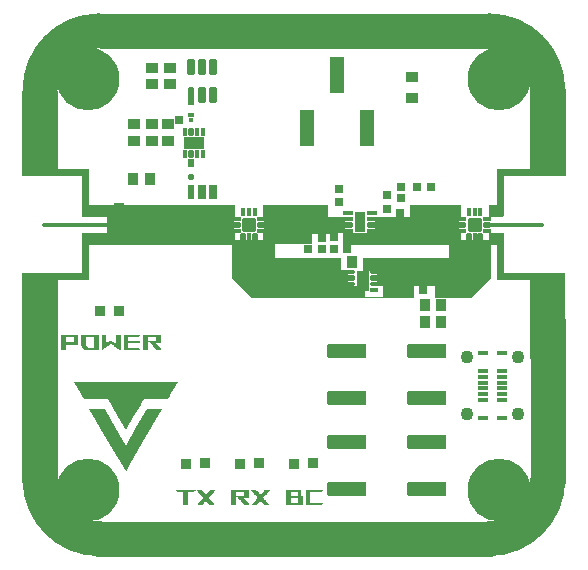
<source format=gts>
G04 Layer: TopSolderMaskLayer*
G04 EasyEDA Pro v2.2.27.1, 2024-09-01 09:43:49*
G04 Gerber Generator version 0.3*
G04 Scale: 100 percent, Rotated: No, Reflected: No*
G04 Dimensions in millimeters*
G04 Leading zeros omitted, absolute positions, 3 integers and 5 decimals*
%FSLAX35Y35*%
%MOMM*%
%AMRoundRect*1,1,$1,$2,$3*1,1,$1,$4,$5*1,1,$1,0-$2,0-$3*1,1,$1,0-$4,0-$5*20,1,$1,$2,$3,$4,$5,0*20,1,$1,$4,$5,0-$2,0-$3,0*20,1,$1,0-$2,0-$3,0-$4,0-$5,0*20,1,$1,0-$4,0-$5,$2,$3,0*4,1,4,$2,$3,$4,$5,0-$2,0-$3,0-$4,0-$5,$2,$3,0*%
%ADD10C,0.3*%
%ADD11C,3.0*%
%ADD12C,0.3424*%
%ADD13C,1.4*%
%ADD14RoundRect,0.09336X0.50432X1.50432X0.50432X-1.50432*%
%ADD15C,5.302*%
%ADD16RoundRect,0.09302X-1.60429X0.50429X1.60429X0.50429*%
%ADD17RoundRect,0.09131X-0.40514X0.45514X0.40514X0.45514*%
%ADD18RoundRect,0.0909X-0.45514X-0.40514X-0.45514X0.40514*%
%ADD19RoundRect,0.09131X-0.45514X-0.40514X-0.45514X0.40514*%
%ADD20RoundRect,0.09138X0.43712X0.40835X0.43712X-0.40835*%
%ADD21RoundRect,0.09137X0.43712X0.40811X0.43712X-0.40811*%
%ADD22RoundRect,0.09164X-0.40518X-0.40518X-0.40518X0.40518*%
%ADD23RoundRect,0.0882X-0.28191X0.6069X0.28191X0.6069*%
%ADD24RoundRect,0.08295X-0.18053X0.60953X0.18053X0.60953*%
%ADD25RoundRect,0.08906X0.30647X-0.55647X-0.30647X-0.55647*%
%ADD26RoundRect,0.08295X0.18053X-0.55953X-0.18053X-0.55953*%
%ADD27RoundRect,0.08906X0.30647X-0.35647X-0.30647X-0.35647*%
%ADD28RoundRect,0.09302X0.50429X-0.50429X-0.50429X-0.50429*%
%ADD29RoundRect,0.08109X0.26426X-0.16026X-0.26426X-0.16026*%
%ADD30RoundRect,0.08267X0.26347X-0.18047X-0.26347X-0.18047*%
%ADD31RoundRect,0.08267X0.18047X-0.26347X-0.18047X-0.26347*%
%ADD32RoundRect,0.08109X0.16026X-0.26426X-0.16026X-0.26426*%
%ADD33RoundRect,0.08109X0.34526X-0.16026X-0.34526X-0.16026*%
%ADD34RoundRect,0.08267X0.34447X-0.18047X-0.34447X-0.18047*%
%ADD35RoundRect,0.09131X-0.40514X0.80514X0.40514X0.80514*%
%ADD36R,0.85X0.3*%
%ADD37C,1.1*%
%ADD38RoundRect,0.08267X0.18047X0.4127X0.18047X-0.4127*%
%ADD39RoundRect,0.08267X0.18047X0.41247X0.18047X-0.41247*%
%ADD40RoundRect,0.08109X-0.16026X0.18126X0.16026X0.18126*%
%ADD41RoundRect,0.08267X-0.30947X0.18047X0.30947X0.18047*%
%ADD42RoundRect,0.08875X0.30643X0.30643X0.30643X-0.30643*%
%ADD43RoundRect,0.08109X0.16026X0.16026X0.16026X-0.16026*%
%ADD44RoundRect,0.08875X-0.30643X-0.30643X-0.30643X0.30643*%
%ADD45RoundRect,0.08875X0.30643X-0.30643X-0.30643X-0.30643*%
%ADD46RoundRect,0.08109X-0.18126X-0.16026X-0.18126X0.16026*%
%ADD47RoundRect,0.08692X-0.25734X-0.25734X-0.25734X0.25734*%
%ADD48RoundRect,0.09131X0.40515X0.40514X0.40515X-0.40514*%
%ADD49RoundRect,0.08267X0.20947X0.18047X0.20947X-0.18047*%
%ADD50RoundRect,0.08267X-0.18047X-0.18047X-0.18047X0.18047*%
%ADD51RoundRect,0.08267X-0.18047X-0.30947X-0.18047X0.30947*%
%ADD52RoundRect,0.08875X-0.30643X0.30643X0.30643X0.30643*%
%ADD53RoundRect,0.08109X-0.16026X0.16026X0.16026X0.16026*%
%ADD54RoundRect,0.076X-0.1628X-0.1128X-0.1628X0.1128*%
%ADD55RoundRect,0.07778X-0.13612X-0.27161X-0.13612X0.27161*%
%ADD56RoundRect,0.08155X-0.18023X-0.26973X-0.18023X0.26973*%
%ADD57RoundRect,0.09091X-0.80454X-0.45454X-0.80454X0.45454*%
%ADD58RoundRect,0.08109X-0.16026X-0.16026X-0.16026X0.16026*%
%ADD59RoundRect,0.09131X0.40514X-0.45514X-0.40514X-0.45514*%
%ADD60RoundRect,0.08449X0.40856X-0.20856X-0.40856X-0.20856*%
%ADD61RoundRect,0.07143X-0.27479X0.08929X0.27479X0.08929*%
%ADD62RoundRect,0.08155X-0.26973X0.18023X0.26973X0.18023*%
%ADD63RoundRect,0.07778X-0.27161X0.13612X0.27161X0.13612*%
%ADD64RoundRect,0.09091X-0.45454X0.80454X0.45454X0.80454*%
G75*


G04 Image Start*
G36*
G01X-3835053Y-1330412D02*
G01X-3835053Y-1330824D01*
G01X-3809340Y-1375281D01*
G01X-3783626Y-1419739D01*
G01X-3767494Y-1447711D01*
G01X-3751362Y-1475683D01*
G01X-3650089Y-1475683D01*
G01X-3548816Y-1475683D01*
G01X-3472221Y-1608350D01*
G01X-3395626Y-1741017D01*
G01X-3395339Y-1741007D01*
G01X-3395053Y-1740997D01*
G01X-3332273Y-1632202D01*
G01X-3269492Y-1523407D01*
G01X-3255781Y-1499567D01*
G01X-3242069Y-1475727D01*
G01X-3140274Y-1475591D01*
G01X-3038480Y-1475455D01*
G01X-3023198Y-1448967D01*
G01X-3007916Y-1422479D01*
G01X-2981484Y-1376714D01*
G01X-2955053Y-1330948D01*
G01X-2955053Y-1330474D01*
G01X-2955053Y-1330001D01*
G01X-3395053Y-1330001D01*
G01X-3835053Y-1330001D01*
G01X-3835053Y-1330412D01*
G37*
G36*
G01X-3702162Y-1560397D02*
G01X-3702162Y-1560627D01*
G01X-3549366Y-1825389D01*
G01X-3396569Y-2090152D01*
G01X-3395796Y-2091395D01*
G01X-3395023Y-2092637D01*
G01X-3358530Y-2029514D01*
G01X-3322036Y-1966391D01*
G01X-3288270Y-1907935D01*
G01X-3254503Y-1849480D01*
G01X-3171633Y-1705852D01*
G01X-3088764Y-1562225D01*
G01X-3088115Y-1561197D01*
G01X-3087465Y-1560170D01*
G01X-3151794Y-1560170D01*
G01X-3216122Y-1560170D01*
G01X-3305290Y-1715785D01*
G01X-3394458Y-1871400D01*
G01X-3394797Y-1871762D01*
G01X-3395136Y-1872123D01*
G01X-3484424Y-1716260D01*
G01X-3573712Y-1560398D01*
G01X-3637937Y-1560282D01*
G01X-3702162Y-1560167D01*
G01X-3702162Y-1560397D01*
G37*
G04 Image End*

G04 Text Start*
G36*
G01X-3092860Y-1060790D02*
G01X-3108996Y-1061131D01*
G01X-3132178Y-1060677D01*
G01X-3134905Y-1059313D01*
G01X-3138087Y-1056131D01*
G01X-3140814Y-1052495D01*
G01X-3143087Y-1050222D01*
G01X-3147633Y-1044768D01*
G01X-3150814Y-1041586D01*
G01X-3153542Y-1037949D01*
G01X-3155814Y-1035677D01*
G01X-3160360Y-1030222D01*
G01X-3163542Y-1027040D01*
G01X-3166269Y-1023404D01*
G01X-3168542Y-1021131D01*
G01X-3173996Y-1014767D01*
G01X-3177178Y-1011585D01*
G01X-3179905Y-1007949D01*
G01X-3182178Y-1005676D01*
G01X-3186724Y-1000222D01*
G01X-3189905Y-997040D01*
G01X-3192633Y-993404D01*
G01X-3194905Y-991131D01*
G01X-3200360Y-984767D01*
G01X-3202633Y-982495D01*
G01X-3195019Y-981472D01*
G01X-3170360Y-981131D01*
G01X-3137178Y-981131D01*
G01X-3137178Y-950222D01*
G01X-3208996Y-950222D01*
G01X-3208996Y-1061131D01*
G01X-3248996Y-1061131D01*
G01X-3248996Y-931131D01*
G01X-3098087Y-931131D01*
G01X-3098087Y-1000222D01*
G01X-3117178Y-1000222D01*
G01X-3137633Y-1000676D01*
G01X-3138315Y-1001472D01*
G01X-3137633Y-1002949D01*
G01X-3135360Y-1006131D01*
G01X-3133087Y-1008404D01*
G01X-3127633Y-1014767D01*
G01X-3124451Y-1017949D01*
G01X-3121723Y-1021586D01*
G01X-3119451Y-1023858D01*
G01X-3114905Y-1029313D01*
G01X-3111724Y-1032495D01*
G01X-3108996Y-1036131D01*
G01X-3106724Y-1038404D01*
G01X-3102178Y-1043858D01*
G01X-3098996Y-1047040D01*
G01X-3096269Y-1050677D01*
G01X-3093996Y-1052949D01*
G01X-3090360Y-1057495D01*
G01X-3088087Y-1059768D01*
G01X-3092860Y-1060790D01*
G37*
G36*
G01X-3902633Y-1061131D02*
G01X-3941723Y-1061131D01*
G01X-3941723Y-972949D01*
G01X-3902633Y-972949D01*
G01X-3902178Y-996131D01*
G01X-3868996Y-996586D01*
G01X-3836269Y-996586D01*
G01X-3836269Y-950222D01*
G01X-3902633Y-950222D01*
G01X-3902633Y-972949D01*
G01X-3902633Y-972949D01*
G01X-3941723Y-972949D01*
G01X-3941723Y-931131D01*
G01X-3797178Y-931131D01*
G01X-3797178Y-1015676D01*
G01X-3902633Y-1015676D01*
G01X-3902633Y-1061131D01*
G37*
G36*
G01X-3271269Y-1056586D02*
G01X-3268996Y-1059313D01*
G01X-3268087Y-1061131D01*
G01X-3413542Y-1061131D01*
G01X-3413542Y-931131D01*
G01X-3266269Y-931131D01*
G01X-3268087Y-932949D01*
G01X-3270814Y-936131D01*
G01X-3273087Y-938404D01*
G01X-3281269Y-947949D01*
G01X-3282632Y-950222D01*
G01X-3373542Y-950222D01*
G01X-3373542Y-986586D01*
G01X-3275360Y-986586D01*
G01X-3275360Y-1005676D01*
G01X-3373542Y-1005676D01*
G01X-3373542Y-1042040D01*
G01X-3330360Y-1042040D01*
G01X-3284905Y-1042495D01*
G01X-3282974Y-1043290D01*
G01X-3279451Y-1047495D01*
G01X-3276269Y-1050677D01*
G01X-3273542Y-1054313D01*
G01X-3271269Y-1056586D01*
G37*
G36*
G01X-3624451Y-1061131D02*
G01X-3683087Y-1061131D01*
G01X-3742633Y-1060222D01*
G01X-3745360Y-1057040D01*
G01X-3748087Y-1053404D01*
G01X-3752633Y-1048858D01*
G01X-3756269Y-1044313D01*
G01X-3758542Y-1042040D01*
G01X-3763087Y-1036586D01*
G01X-3766269Y-1033404D01*
G01X-3768996Y-1029767D01*
G01X-3771269Y-1027495D01*
G01X-3772292Y-1014881D01*
G01X-3772633Y-978858D01*
G01X-3772633Y-950222D01*
G01X-3733542Y-950222D01*
G01X-3733542Y-982495D01*
G01X-3733087Y-1016131D01*
G01X-3731723Y-1019313D01*
G01X-3729451Y-1022040D01*
G01X-3726269Y-1025222D01*
G01X-3723541Y-1028858D01*
G01X-3718996Y-1033404D01*
G01X-3715360Y-1037949D01*
G01X-3713087Y-1040222D01*
G01X-3713087Y-1040222D01*
G01X-3711269Y-1041586D01*
G01X-3687178Y-1042040D01*
G01X-3663542Y-1042040D01*
G01X-3663542Y-950222D01*
G01X-3733542Y-950222D01*
G01X-3772633Y-950222D01*
G01X-3772633Y-931131D01*
G01X-3624451Y-931131D01*
G01X-3624451Y-1061131D01*
G37*
G36*
G01X-3438087Y-996131D02*
G01X-3438314Y-1044768D01*
G01X-3438996Y-1060677D01*
G01X-3442178Y-1058858D01*
G01X-3450360Y-1053404D01*
G01X-3457633Y-1048858D01*
G01X-3465814Y-1043404D01*
G01X-3470360Y-1040677D01*
G01X-3482633Y-1032495D01*
G01X-3489905Y-1027949D01*
G01X-3498087Y-1022495D01*
G01X-3505360Y-1017949D01*
G01X-3513542Y-1012495D01*
G01X-3517178Y-1010222D01*
G01X-3520360Y-1010222D01*
G01X-3523996Y-1012495D01*
G01X-3528087Y-1015222D01*
G01X-3535360Y-1019767D01*
G01X-3543542Y-1025222D01*
G01X-3550814Y-1029767D01*
G01X-3563087Y-1037949D01*
G01X-3570360Y-1042495D01*
G01X-3578541Y-1047949D01*
G01X-3583087Y-1050677D01*
G01X-3595360Y-1058858D01*
G01X-3598542Y-1060677D01*
G01X-3599564Y-1044768D01*
G01X-3599905Y-996131D01*
G01X-3599905Y-931131D01*
G01X-3560814Y-931131D01*
G01X-3560814Y-966586D01*
G01X-3560360Y-1003404D01*
G01X-3559564Y-1004086D01*
G01X-3558087Y-1003404D01*
G01X-3553996Y-1000676D01*
G01X-3549451Y-997949D01*
G01X-3545360Y-995222D01*
G01X-3530814Y-986131D01*
G01X-3526723Y-983404D01*
G01X-3523087Y-981131D01*
G01X-3518087Y-981131D01*
G01X-3512633Y-982949D01*
G01X-3501724Y-989767D01*
G01X-3497633Y-992495D01*
G01X-3490360Y-997040D01*
G01X-3485814Y-999767D01*
G01X-3481724Y-1002495D01*
G01X-3478542Y-1004313D01*
G01X-3477519Y-995449D01*
G01X-3477178Y-967949D01*
G01X-3477178Y-931131D01*
G01X-3438087Y-931131D01*
G01X-3438087Y-996131D01*
G37*
G36*
G01X-2906003Y-2320681D02*
G01X-2906003Y-2376135D01*
G01X-2866003Y-2376135D01*
G01X-2866003Y-2265226D01*
G01X-2841912Y-2265226D01*
G01X-2823617Y-2264885D01*
G01X-2816912Y-2263863D01*
G01X-2813276Y-2259317D01*
G01X-2811003Y-2257045D01*
G01X-2806458Y-2251590D01*
G01X-2803730Y-2248408D01*
G01X-2802367Y-2246135D01*
G01X-2969639Y-2246135D01*
G01X-2969185Y-2247954D01*
G01X-2967367Y-2250681D01*
G01X-2965094Y-2252954D01*
G01X-2962367Y-2256590D01*
G01X-2959185Y-2259772D01*
G01X-2957367Y-2262044D01*
G01X-2955094Y-2264317D01*
G01X-2929640Y-2265226D01*
G01X-2906003Y-2265226D01*
G01X-2906003Y-2320681D01*
G37*
G36*
G01X-2794640Y-2375681D02*
G01X-2789980Y-2376703D01*
G01X-2773276Y-2377044D01*
G01X-2756003Y-2376703D01*
G01X-2749639Y-2375681D01*
G01X-2747367Y-2373408D01*
G01X-2741912Y-2367044D01*
G01X-2739639Y-2364772D01*
G01X-2736003Y-2360226D01*
G01X-2731458Y-2355681D01*
G01X-2728730Y-2352044D01*
G01X-2725549Y-2348862D01*
G01X-2721003Y-2343408D01*
G01X-2718730Y-2341135D01*
G01X-2716003Y-2339317D01*
G01X-2714299Y-2339544D01*
G01X-2712821Y-2341135D01*
G01X-2710094Y-2344317D01*
G01X-2707821Y-2346590D01*
G01X-2705094Y-2350226D01*
G01X-2701912Y-2353408D01*
G01X-2696458Y-2359772D01*
G01X-2694185Y-2362044D01*
G01X-2690549Y-2366590D01*
G01X-2688276Y-2368862D01*
G01X-2682821Y-2375226D01*
G01X-2680094Y-2376590D01*
G01X-2657367Y-2377044D01*
G01X-2636003Y-2377044D01*
G01X-2637367Y-2374772D01*
G01X-2640094Y-2371590D01*
G01X-2644640Y-2367044D01*
G01X-2648276Y-2362499D01*
G01X-2650549Y-2360226D01*
G01X-2654185Y-2355681D01*
G01X-2658731Y-2351135D01*
G01X-2662367Y-2346590D01*
G01X-2666912Y-2342044D01*
G01X-2669640Y-2338408D01*
G01X-2672821Y-2335226D01*
G01X-2678276Y-2328862D01*
G01X-2682821Y-2324317D01*
G01X-2686458Y-2319772D01*
G01X-2688730Y-2317499D01*
G01X-2690549Y-2315226D01*
G01X-2691912Y-2312499D01*
G01X-2691912Y-2310908D01*
G01X-2691003Y-2309772D01*
G01X-2688730Y-2307499D01*
G01X-2685094Y-2302953D01*
G01X-2682821Y-2300681D01*
G01X-2677367Y-2294317D01*
G01X-2675094Y-2292044D01*
G01X-2672367Y-2288408D01*
G01X-2669185Y-2285226D01*
G01X-2663731Y-2278863D01*
G01X-2661458Y-2276590D01*
G01X-2658731Y-2272954D01*
G01X-2655549Y-2269772D01*
G01X-2650094Y-2263408D01*
G01X-2647821Y-2261135D01*
G01X-2645094Y-2257499D01*
G01X-2641912Y-2254317D01*
G01X-2635776Y-2247158D01*
G01X-2636458Y-2246590D01*
G01X-2659185Y-2246135D01*
G01X-2675435Y-2246476D01*
G01X-2681458Y-2247499D01*
G01X-2683730Y-2249772D01*
G01X-2687367Y-2254317D01*
G01X-2689640Y-2256590D01*
G01X-2693276Y-2261135D01*
G01X-2695549Y-2263408D01*
G01X-2701003Y-2269772D01*
G01X-2703276Y-2272044D01*
G01X-2706912Y-2276590D01*
G01X-2709185Y-2278863D01*
G01X-2711912Y-2282044D01*
G01X-2715094Y-2285226D01*
G01X-2716571Y-2285567D01*
G01X-2717367Y-2284772D01*
G01X-2719185Y-2282499D01*
G01X-2721458Y-2280226D01*
G01X-2725094Y-2275681D01*
G01X-2729639Y-2271135D01*
G01X-2732367Y-2267499D01*
G01X-2735549Y-2264317D01*
G01X-2740094Y-2258863D01*
G01X-2742367Y-2256590D01*
G01X-2746003Y-2252045D01*
G01X-2750549Y-2247499D01*
G01X-2756912Y-2246476D01*
G01X-2774185Y-2246135D01*
G01X-2791003Y-2246476D01*
G01X-2796003Y-2247499D01*
G01X-2793731Y-2249772D01*
G01X-2788276Y-2256135D01*
G01X-2786003Y-2258408D01*
G01X-2782367Y-2262954D01*
G01X-2780094Y-2265226D01*
G01X-2774640Y-2271590D01*
G01X-2772367Y-2273863D01*
G01X-2769640Y-2277499D01*
G01X-2766458Y-2280681D01*
G01X-2761912Y-2286135D01*
G01X-2759640Y-2288408D01*
G01X-2756912Y-2292044D01*
G01X-2753730Y-2295226D01*
G01X-2749185Y-2300681D01*
G01X-2746912Y-2302953D01*
G01X-2744185Y-2306590D01*
G01X-2741003Y-2309772D01*
G01X-2739639Y-2312499D01*
G01X-2741003Y-2315226D01*
G01X-2745548Y-2319772D01*
G01X-2749185Y-2324317D01*
G01X-2751458Y-2326590D01*
G01X-2754185Y-2330226D01*
G01X-2757367Y-2333408D01*
G01X-2762821Y-2339772D01*
G01X-2765094Y-2342044D01*
G01X-2768730Y-2346590D01*
G01X-2771003Y-2348862D01*
G01X-2776458Y-2355226D01*
G01X-2778731Y-2357499D01*
G01X-2782367Y-2362044D01*
G01X-2784640Y-2364317D01*
G01X-2790094Y-2370681D01*
G01X-2792367Y-2372953D01*
G01X-2794640Y-2375681D01*
G37*
G36*
G01X-2332794Y-2375681D02*
G01X-2328135Y-2376703D01*
G01X-2311431Y-2377044D01*
G01X-2294158Y-2376703D01*
G01X-2287795Y-2375681D01*
G01X-2285522Y-2373408D01*
G01X-2280067Y-2367044D01*
G01X-2277795Y-2364772D01*
G01X-2274158Y-2360226D01*
G01X-2269613Y-2355681D01*
G01X-2266885Y-2352044D01*
G01X-2263704Y-2348862D01*
G01X-2259158Y-2343408D01*
G01X-2256886Y-2341135D01*
G01X-2254158Y-2339317D01*
G01X-2252453Y-2339544D01*
G01X-2250976Y-2341135D01*
G01X-2248249Y-2344317D01*
G01X-2245976Y-2346590D01*
G01X-2243249Y-2350226D01*
G01X-2240067Y-2353408D01*
G01X-2234613Y-2359772D01*
G01X-2232340Y-2362044D01*
G01X-2228704Y-2366590D01*
G01X-2226431Y-2368862D01*
G01X-2220976Y-2375226D01*
G01X-2218249Y-2376590D01*
G01X-2195522Y-2377044D01*
G01X-2174158Y-2377044D01*
G01X-2175522Y-2374772D01*
G01X-2178249Y-2371590D01*
G01X-2182794Y-2367044D01*
G01X-2186431Y-2362499D01*
G01X-2188704Y-2360226D01*
G01X-2192340Y-2355681D01*
G01X-2196885Y-2351135D01*
G01X-2200522Y-2346590D01*
G01X-2205067Y-2342044D01*
G01X-2207794Y-2338408D01*
G01X-2210976Y-2335226D01*
G01X-2216431Y-2328862D01*
G01X-2220976Y-2324317D01*
G01X-2224613Y-2319772D01*
G01X-2226885Y-2317499D01*
G01X-2228704Y-2315226D01*
G01X-2230067Y-2312499D01*
G01X-2230067Y-2310908D01*
G01X-2229158Y-2309772D01*
G01X-2226885Y-2307499D01*
G01X-2223249Y-2302953D01*
G01X-2220976Y-2300681D01*
G01X-2215522Y-2294317D01*
G01X-2213249Y-2292044D01*
G01X-2210522Y-2288408D01*
G01X-2207340Y-2285226D01*
G01X-2201885Y-2278863D01*
G01X-2199613Y-2276590D01*
G01X-2196885Y-2272954D01*
G01X-2193704Y-2269772D01*
G01X-2188249Y-2263408D01*
G01X-2185976Y-2261135D01*
G01X-2183249Y-2257499D01*
G01X-2180067Y-2254317D01*
G01X-2173931Y-2247158D01*
G01X-2174613Y-2246590D01*
G01X-2197340Y-2246135D01*
G01X-2213590Y-2246476D01*
G01X-2219613Y-2247499D01*
G01X-2221885Y-2249772D01*
G01X-2225522Y-2254317D01*
G01X-2227794Y-2256590D01*
G01X-2231431Y-2261135D01*
G01X-2233704Y-2263408D01*
G01X-2239158Y-2269772D01*
G01X-2241431Y-2272044D01*
G01X-2245067Y-2276590D01*
G01X-2247340Y-2278863D01*
G01X-2250067Y-2282044D01*
G01X-2253249Y-2285226D01*
G01X-2254726Y-2285567D01*
G01X-2255522Y-2284772D01*
G01X-2257340Y-2282499D01*
G01X-2259613Y-2280226D01*
G01X-2263249Y-2275681D01*
G01X-2267795Y-2271135D01*
G01X-2270522Y-2267499D01*
G01X-2273704Y-2264317D01*
G01X-2278249Y-2258863D01*
G01X-2280522Y-2256590D01*
G01X-2284158Y-2252045D01*
G01X-2288704Y-2247499D01*
G01X-2295067Y-2246476D01*
G01X-2312340Y-2246135D01*
G01X-2329158Y-2246476D01*
G01X-2334158Y-2247499D01*
G01X-2331885Y-2249772D01*
G01X-2326431Y-2256135D01*
G01X-2324158Y-2258408D01*
G01X-2320522Y-2262954D01*
G01X-2318249Y-2265226D01*
G01X-2312794Y-2271590D01*
G01X-2310522Y-2273863D01*
G01X-2307794Y-2277499D01*
G01X-2304613Y-2280681D01*
G01X-2300067Y-2286135D01*
G01X-2297794Y-2288408D01*
G01X-2295067Y-2292044D01*
G01X-2291885Y-2295226D01*
G01X-2287340Y-2300681D01*
G01X-2285067Y-2302953D01*
G01X-2282340Y-2306590D01*
G01X-2279158Y-2309772D01*
G01X-2277795Y-2312499D01*
G01X-2279158Y-2315226D01*
G01X-2283704Y-2319772D01*
G01X-2287340Y-2324317D01*
G01X-2289613Y-2326590D01*
G01X-2292340Y-2330226D01*
G01X-2295522Y-2333408D01*
G01X-2300976Y-2339772D01*
G01X-2303249Y-2342044D01*
G01X-2306885Y-2346590D01*
G01X-2309158Y-2348862D01*
G01X-2314613Y-2355226D01*
G01X-2316885Y-2357499D01*
G01X-2320522Y-2362044D01*
G01X-2322794Y-2364317D01*
G01X-2328249Y-2370681D01*
G01X-2330522Y-2372953D01*
G01X-2332794Y-2375681D01*
G37*
G36*
G01X-2502340Y-2311135D02*
G01X-2502340Y-2376135D01*
G01X-2462340Y-2376135D01*
G01X-2462340Y-2265226D01*
G01X-2390522Y-2265226D01*
G01X-2390522Y-2296135D01*
G01X-2423704Y-2296135D01*
G01X-2448363Y-2296476D01*
G01X-2455976Y-2297499D01*
G01X-2453703Y-2299772D01*
G01X-2450067Y-2304317D01*
G01X-2447794Y-2306590D01*
G01X-2445067Y-2310226D01*
G01X-2441885Y-2313408D01*
G01X-2437340Y-2318863D01*
G01X-2435067Y-2321135D01*
G01X-2432340Y-2324772D01*
G01X-2429158Y-2327953D01*
G01X-2424613Y-2333408D01*
G01X-2422340Y-2335681D01*
G01X-2419613Y-2339317D01*
G01X-2416431Y-2342499D01*
G01X-2411885Y-2347953D01*
G01X-2409613Y-2350226D01*
G01X-2406885Y-2353862D01*
G01X-2403704Y-2357044D01*
G01X-2399158Y-2362499D01*
G01X-2396885Y-2364772D01*
G01X-2394158Y-2368408D01*
G01X-2390976Y-2371590D01*
G01X-2388704Y-2374317D01*
G01X-2382113Y-2375681D01*
G01X-2364158Y-2376135D01*
G01X-2346658Y-2375794D01*
G01X-2341431Y-2374772D01*
G01X-2343703Y-2372499D01*
G01X-2349158Y-2366135D01*
G01X-2351431Y-2363862D01*
G01X-2355067Y-2359317D01*
G01X-2357340Y-2357044D01*
G01X-2362794Y-2350681D01*
G01X-2365067Y-2348408D01*
G01X-2367794Y-2344772D01*
G01X-2370976Y-2341590D01*
G01X-2375522Y-2336135D01*
G01X-2377794Y-2333862D01*
G01X-2380522Y-2330226D01*
G01X-2383704Y-2327044D01*
G01X-2388249Y-2321590D01*
G01X-2390522Y-2319317D01*
G01X-2391885Y-2316590D01*
G01X-2387226Y-2315567D01*
G01X-2372340Y-2315226D01*
G01X-2352340Y-2315226D01*
G01X-2352340Y-2246135D01*
G01X-2502340Y-2246135D01*
G01X-2502340Y-2311135D01*
G37*
G36*
G01X-1735548Y-2370681D02*
G01X-1738275Y-2373863D01*
G01X-1739639Y-2376135D01*
G01X-1871457Y-2376135D01*
G01X-1871457Y-2246135D01*
G01X-1797821Y-2246135D01*
G01X-1742821Y-2246476D01*
G01X-1725093Y-2247499D01*
G01X-1727366Y-2249772D01*
G01X-1732821Y-2256135D01*
G01X-1737366Y-2261590D01*
G01X-1739639Y-2263863D01*
G01X-1751571Y-2264885D01*
G01X-1785548Y-2265226D01*
G01X-1830548Y-2265226D01*
G01X-1830548Y-2357044D01*
G01X-1724184Y-2357044D01*
G01X-1725093Y-2358862D01*
G01X-1727366Y-2361590D01*
G01X-1730548Y-2364772D01*
G01X-1733275Y-2368408D01*
G01X-1735548Y-2370681D01*
G37*
G36*
G01X-1906912Y-2296135D02*
G01X-1895093Y-2296135D01*
G01X-1895093Y-2376135D01*
G01X-2038730Y-2376135D01*
G01X-2038730Y-2315226D01*
G01X-1999639Y-2315226D01*
G01X-1999639Y-2335681D01*
G01X-1999184Y-2356590D01*
G01X-1966911Y-2357044D01*
G01X-1966911Y-2357044D01*
G01X-1935093Y-2357044D01*
G01X-1935093Y-2315226D01*
G01X-1999639Y-2315226D01*
G01X-2038730Y-2315226D01*
G01X-2038730Y-2280226D01*
G01X-1999639Y-2280226D01*
G01X-1999184Y-2295681D01*
G01X-1966911Y-2296135D01*
G01X-1935093Y-2296135D01*
G01X-1935093Y-2265226D01*
G01X-1999639Y-2265226D01*
G01X-1999639Y-2280226D01*
G01X-1999639Y-2280226D01*
G01X-2038730Y-2280226D01*
G01X-2038730Y-2246135D01*
G01X-1906912Y-2246135D01*
G01X-1906912Y-2296135D01*
G37*
G04 Text End*

G04 PolygonModel Start*
G54D10*
G01X-2453724Y-297D02*
G01X-2453427Y0D01*
G01X-633786Y-406D02*
G01X-633380Y0D01*
G54D11*
G01X-4120889Y-2159160D02*
G03X-3620889Y-2659160I500000J0D01*
G01X-3620889Y-2659160D02*
G01X-320889Y-2659160D01*
G01X-320889Y-2659160D02*
G03X179111Y-2159160I0J500000D01*
G01X179111Y1140840D02*
G03X-320889Y1640840I-500000J0D01*
G01X-3620889Y1640840D02*
G03X-4120889Y1140840I0J-500000D01*
G01X179111Y-2159160D02*
G01X179111Y-823491D01*
G01X-285831Y1640840D02*
G01X-3585831Y1640840D01*
G54D10*
G01X-2264831Y-452198D02*
G01X-2264531Y-452498D01*
G54D12*
G01X-544886Y-406D02*
G01X-544480Y0D01*
G01X-2453724Y-297D02*
G01X-2453427Y0D01*
G54D13*
G01X-2555124Y-322D02*
G01X-3466546Y-322D01*
G01X-2300548Y-402498D02*
G01X-2300548Y-214604D01*
G01X-491576Y-200681D02*
G01X-491576Y-406660D01*
G01X-1624361Y-406D02*
G01X-2138169Y-406D01*
G01X-661570Y0D02*
G01X-1201879Y0D01*
G54D12*
G01X-3432485Y-322D02*
G01X-4085329Y-322D01*
G01X-338697Y0D02*
G01X129112Y0D01*
G54D13*
G01X-1600228Y-452498D02*
G01X-2322716Y-452498D01*
G36*
G01X-481667Y-429362D02*
G01X-322240Y-385477D01*
G01X-322240Y-475928D01*
G01X-467298Y-620921D01*
G01X-481667Y-620921D01*
G01X-481667Y-429362D01*
G37*
G36*
G01X-322240Y-475928D02*
G01X-300552Y-454240D01*
G01X-300552Y-450498D01*
G01X-321552Y-450498D01*
G01X-322552Y-451498D01*
G01X-322552Y-475928D01*
G01X-322240Y-475928D01*
G37*
G36*
G01X-2310363Y-460014D02*
G01X-2469790Y-416130D01*
G01X-2469790Y-476022D01*
G01X-2324732Y-621014D01*
G01X-2310363Y-621014D01*
G01X-2310363Y-460014D01*
G37*
G36*
G01X-2469790Y-476022D02*
G01X-2491478Y-454334D01*
G01X-2491478Y-450591D01*
G01X-2470478Y-450591D01*
G01X-2469478Y-451591D01*
G01X-2469478Y-476022D01*
G01X-2469790Y-476022D01*
G37*
G36*
G01X-2243517Y-435398D02*
G01X-2243517Y-469353D01*
G01X-2277354Y-469353D01*
G01X-2317354Y-429353D01*
G01X-2317548Y-429353D01*
G01X-2317548Y-384770D01*
G01X-2284132Y-384770D01*
G01X-2283548Y-385354D01*
G01X-2283548Y-435398D01*
G01X-2243517Y-435398D01*
G37*
G36*
G01X-508507Y-395467D02*
G01X-474552Y-395467D01*
G01X-474552Y-429304D01*
G01X-514552Y-469304D01*
G01X-514552Y-469498D01*
G01X-559135Y-469498D01*
G01X-559135Y-436082D01*
G01X-558552Y-435498D01*
G01X-508507Y-435498D01*
G01X-508507Y-395467D01*
G37*
G36*
G01X-1630840Y-620921D02*
G01X-2313347Y-620921D01*
G01X-2313347Y-520489D01*
G01X-2270594Y-520489D01*
G01X-2270594Y-383843D01*
G01X-2148779Y-383843D01*
G01X-2148779Y-286114D01*
G01X-1630840Y-286114D01*
G01X-1630840Y-620921D01*
G37*
G36*
G01X-1553435Y-168650D02*
G01X-1553435Y-241000D01*
G01X-1487632Y-241000D01*
G01X-1487632Y-168650D01*
G01X-1553435Y-168650D01*
G37*

G04 Rect Start*
G36*
G01X-4270749Y409788D02*
G01X-4270749Y1135148D01*
G01X-3971029Y1135148D01*
G01X-3971029Y409788D01*
G01X-4270749Y409788D01*
G37*
G36*
G01X-4270749Y-2185864D02*
G01X-4270749Y-411964D01*
G01X-3971029Y-411964D01*
G01X-3971029Y-2185864D01*
G01X-4270749Y-2185864D01*
G37*
G36*
G01X-3560548Y67502D02*
G01X-3560548Y167502D01*
G01X-2470548Y167502D01*
G01X-2470548Y67502D01*
G01X-3560548Y67502D01*
G37*
G36*
G01X-3758238Y-168678D02*
G01X-3758238Y-68688D01*
G01X-2468888Y-68688D01*
G01X-2468888Y-168678D01*
G01X-3758238Y-168678D01*
G37*
G36*
G01X-2234548Y67502D02*
G01X-2234548Y167502D01*
G01X-1680548Y167502D01*
G01X-1680548Y67502D01*
G01X-2234548Y67502D01*
G37*
G36*
G01X-990548Y68502D02*
G01X-990548Y167502D01*
G01X-557108Y167502D01*
G01X-557108Y68502D01*
G01X-990548Y68502D01*
G37*
G36*
G01X-2232438Y-384491D02*
G01X-2232438Y-68218D01*
G01X-2132518Y-68218D01*
G01X-2132518Y-384491D01*
G01X-2232438Y-384491D01*
G37*
G36*
G01X-2190150Y-168218D02*
G01X-2190150Y-68218D01*
G01X-1817226Y-68218D01*
G01X-1817226Y-168218D01*
G01X-2190150Y-168218D01*
G37*
G36*
G01X-559844Y-68650D02*
G01X-559844Y-168650D01*
G01X-1553435Y-168650D01*
G01X-1553435Y-68650D01*
G01X-559844Y-68650D01*
G37*
G36*
G01X-322969Y-452173D02*
G01X-422969Y-452173D01*
G01X-422969Y-337728D01*
G01X-322969Y-337728D01*
G01X-322969Y-452173D01*
G37*
G36*
G01X-658845Y-68650D02*
G01X-559844Y-68650D01*
G01X-559844Y-383468D01*
G01X-658845Y-383468D01*
G01X-658845Y-68650D01*
G37*
G36*
G01X-2564748Y-68688D02*
G01X-2564748Y67502D01*
G01X-2478918Y67502D01*
G01X-2478918Y-68688D01*
G01X-2564748Y-68688D01*
G37*
G36*
G01X-2136323Y68688D02*
G01X-2136323Y-68503D01*
G01X-2222153Y-68503D01*
G01X-2222153Y68688D01*
G01X-2136323Y68688D01*
G37*
G36*
G01X-2281847Y-214213D02*
G01X-2418037Y-214213D01*
G01X-2418037Y-128383D01*
G01X-2281847Y-128383D01*
G01X-2281847Y-214213D01*
G37*
G36*
G01X-2232144Y-333916D02*
G01X-2468334Y-333916D01*
G01X-2468334Y-128086D01*
G01X-2232144Y-128086D01*
G01X-2232144Y-333916D01*
G37*
G36*
G01X-2490548Y-352498D02*
G01X-2490548Y-158658D01*
G01X-2468338Y-158658D01*
G01X-2468338Y-352498D01*
G01X-2490548Y-352498D01*
G37*
G36*
G01X-2366708Y-352498D02*
G01X-2490548Y-352498D01*
G01X-2490548Y-330288D01*
G01X-2366708Y-330288D01*
G01X-2366708Y-352498D01*
G37*
G36*
G01X-656207Y-69094D02*
G01X-656207Y68097D01*
G01X-570378Y68097D01*
G01X-570378Y-69094D01*
G01X-656207Y-69094D01*
G37*
G36*
G01X-322900Y-334213D02*
G01X-560091Y-334213D01*
G01X-560091Y-128383D01*
G01X-322900Y-128383D01*
G01X-322900Y-334213D01*
G37*
G36*
G01X-1621983Y-68688D02*
G01X-1621983Y68503D01*
G01X-1536153Y68503D01*
G01X-1536153Y-68688D01*
G01X-1621983Y-68688D01*
G37*
G36*
G01X-1199341Y68688D02*
G01X-1199341Y-68503D01*
G01X-1285171Y-68503D01*
G01X-1285171Y68688D01*
G01X-1199341Y68688D01*
G37*
G36*
G01X-322917Y-453498D02*
G01X-322917Y-158658D01*
G01X-300707Y-158658D01*
G01X-300707Y-453498D01*
G01X-322917Y-453498D01*
G37*
G36*
G01X-424547Y-330288D02*
G01X-300707Y-330288D01*
G01X-300707Y-352498D01*
G01X-424547Y-352498D01*
G01X-424547Y-330288D01*
G37*
G36*
G01X-2469061Y-337822D02*
G01X-2369061Y-337822D01*
G01X-2369061Y-452266D01*
G01X-2469061Y-452266D01*
G01X-2469061Y-337822D01*
G37*
G36*
G01X-2491323Y-453591D02*
G01X-2491323Y-168751D01*
G01X-2469113Y-168751D01*
G01X-2469113Y-453591D01*
G01X-2491323Y-453591D01*
G37*
G36*
G01X-3557318Y-68688D02*
G01X-3557318Y68502D01*
G01X-3419698Y68502D01*
G01X-3419698Y-68688D01*
G01X-3557318Y-68688D01*
G37*
G36*
G01X-3557089Y168034D02*
G01X-3557089Y68044D01*
G01X-3713438Y68044D01*
G01X-3713438Y168034D01*
G01X-3557089Y168034D01*
G37*
G36*
G01X-3703195Y-69146D02*
G01X-3703195Y-468146D01*
G01X-3762195Y-468146D01*
G01X-3762195Y-69146D01*
G01X-3703195Y-69146D01*
G37*
G36*
G01X-4122195Y-409146D02*
G01X-3703195Y-409146D01*
G01X-3703195Y-468146D01*
G01X-4122195Y-468146D01*
G01X-4122195Y-409146D01*
G37*
G36*
G01X-3762318Y68044D02*
G01X-3762318Y467045D01*
G01X-3703318Y467045D01*
G01X-3703318Y68044D01*
G01X-3762318Y68044D01*
G37*
G36*
G01X-4122318Y467045D02*
G01X-3703318Y467045D01*
G01X-3703318Y408045D01*
G01X-4122318Y408045D01*
G01X-4122318Y467045D01*
G37*
G36*
G01X165978Y408824D02*
G01X-253022Y408824D01*
G01X-253022Y467824D01*
G01X165978Y467824D01*
G01X165978Y408824D01*
G37*
G36*
G01X-253022Y68824D02*
G01X-253022Y467824D01*
G01X-194022Y467824D01*
G01X-194022Y68824D01*
G01X-253022Y68824D01*
G37*
G36*
G01X-193899Y-68366D02*
G01X-193899Y-467366D01*
G01X-252899Y-467366D01*
G01X-252899Y-68366D01*
G01X-193899Y-68366D01*
G37*
G36*
G01X328526Y-414109D02*
G01X328526Y-1134469D01*
G01X28806Y-1134469D01*
G01X28806Y-414109D01*
G01X328526Y-414109D01*
G37*
G36*
G01X329532Y1148542D02*
G01X329532Y414642D01*
G01X29812Y414642D01*
G01X29812Y1148542D01*
G01X329532Y1148542D01*
G37*
G36*
G01X-323248Y-168356D02*
G01X-323248Y-68366D01*
G01X-241399Y-68366D01*
G01X-241399Y-168356D01*
G01X-323248Y-168356D01*
G37*
G36*
G01X-196599Y168356D02*
G01X-196599Y68366D01*
G01X-320948Y68366D01*
G01X-320948Y168356D01*
G01X-196599Y168356D01*
G37*
G36*
G01X-1262834Y-521661D02*
G01X-1262834Y-283471D01*
G01X-472373Y-283471D01*
G01X-472373Y-521661D01*
G01X-1262834Y-521661D01*
G37*
G36*
G01X-1638889Y-621033D02*
G01X-1638889Y-519043D01*
G01X-1371888Y-519043D01*
G01X-1371888Y-621033D01*
G01X-1638889Y-621033D01*
G37*
G36*
G01X-1631997Y-383999D02*
G01X-1631997Y-285999D01*
G01X-1568996Y-285999D01*
G01X-1568996Y-383999D01*
G01X-1631997Y-383999D01*
G37*
G36*
G01X-1382498Y-390853D02*
G01X-1382498Y-283518D01*
G01X-1259844Y-283518D01*
G01X-1259844Y-390853D01*
G01X-1382498Y-390853D01*
G37*
G36*
G01X-1216320Y-621010D02*
G01X-1216320Y-521010D01*
G01X-957864Y-521010D01*
G01X-957864Y-621010D01*
G01X-1216320Y-621010D01*
G37*
G36*
G01X-1594665Y-521166D02*
G01X-1594665Y-383975D01*
G01X-1508835Y-383975D01*
G01X-1508835Y-521166D01*
G01X-1594665Y-521166D01*
G37*
G36*
G01X-1183219Y-383337D02*
G01X-1183219Y-521642D01*
G01X-1265941Y-521642D01*
G01X-1265941Y-383337D01*
G01X-1183219Y-383337D01*
G37*
G36*
G01X-1373440Y-620993D02*
G01X-1373440Y-615570D01*
G01X-1210060Y-615570D01*
G01X-1210060Y-620993D01*
G01X-1373440Y-620993D01*
G37*
G36*
G01X328526Y-467366D02*
G01X-252899Y-467366D01*
G01X-252899Y-408366D01*
G01X328526Y-408366D01*
G01X328526Y-467366D01*
G37*
G36*
G01X-472674Y-521789D02*
G01X-472674Y-620789D01*
G01X-772130Y-620789D01*
G01X-772130Y-521789D01*
G01X-472674Y-521789D01*
G37*
G04 Rect End*

G04 Pad Start*
G54D14*
G01X-1353108Y814381D03*
G01X-1607108Y1264367D03*
G01X-1861108Y814381D03*
G54D15*
G01X-230889Y-2249160D03*
G01X-3710889Y-2249160D03*
G01X-230889Y1230840D03*
G01X-3710889Y1230840D03*
G54D16*
G01X-842105Y-2242160D03*
G01X-1522114Y-2242160D03*
G01X-842105Y-1842160D03*
G01X-1522114Y-1842160D03*
G01X-842105Y-1467460D03*
G01X-1522114Y-1467460D03*
G01X-842105Y-1067460D03*
G01X-1522114Y-1067460D03*
G54D17*
G01X-3191991Y386999D03*
G01X-3331996Y386999D03*
G54D19*
G01X-3170549Y1327505D03*
G01X-3170549Y1187501D03*
G01X-3023121Y1328268D03*
G01X-3023121Y1188263D03*
G54D20*
G01X-970547Y1068503D03*
G54D21*
G01X-970547Y1250503D03*
G54D22*
G01X-3614492Y-729834D03*
G01X-3454599Y-729148D03*
G01X-2880495Y-2022837D03*
G01X-2720602Y-2022151D03*
G01X-2425495Y-2022837D03*
G01X-2265602Y-2022151D03*
G01X-1970494Y-2022837D03*
G01X-1810601Y-2022151D03*
G54D23*
G01X-2844554Y1333511D03*
G01X-2654562Y1333511D03*
G01X-2654562Y1093506D03*
G01X-2749558Y1093506D03*
G54D24*
G01X-2844554Y1093506D03*
G54D23*
G01X-2749558Y1333511D03*
G54D25*
G01X-2654555Y279712D03*
G01X-2749551Y279712D03*
G54D26*
G01X-2844547Y279712D03*
G54D27*
G01X-2844547Y17900D03*
G01X-2749543Y17900D03*
G01X-2654555Y17900D03*
G54D28*
G01X-2350535Y0D03*
G54D29*
G01X-2247644Y49987D03*
G54D30*
G01X-2247644Y0D03*
G54D29*
G01X-2247644Y-49987D03*
G54D31*
G01X-2300548Y-102892D03*
G54D32*
G01X-2350535Y-102892D03*
G54D31*
G01X-2400523Y-102892D03*
G54D29*
G01X-2453427Y-49987D03*
G54D30*
G01X-2453427Y0D03*
G54D29*
G01X-2453427Y49987D03*
G54D32*
G01X-2400523Y102892D03*
G01X-2350535Y102892D03*
G01X-2300548Y102892D03*
G54D33*
G01X-1310662Y-50013D03*
G54D34*
G01X-1310662Y0D03*
G54D33*
G01X-1310662Y49987D03*
G01X-1310662Y100000D03*
G01X-1510661Y100000D03*
G01X-1510661Y49987D03*
G54D34*
G01X-1510661Y0D03*
G54D33*
G01X-1510661Y-50013D03*
G54D35*
G01X-1410662Y24994D03*
G54D28*
G01X-441588Y0D03*
G54D29*
G01X-338697Y49987D03*
G54D30*
G01X-338697Y0D03*
G54D29*
G01X-338697Y-49987D03*
G54D31*
G01X-391601Y-102892D03*
G54D32*
G01X-441588Y-102892D03*
G54D31*
G01X-491576Y-102892D03*
G54D29*
G01X-544480Y-49987D03*
G54D30*
G01X-544480Y0D03*
G54D29*
G01X-544480Y49987D03*
G54D32*
G01X-491576Y102892D03*
G01X-441588Y102892D03*
G01X-391601Y102892D03*
G54D36*
G01X-374047Y-1637498D03*
G01X-374047Y-1487498D03*
G01X-374047Y-1437498D03*
G01X-374047Y-1387498D03*
G01X-374047Y-1337498D03*
G01X-374047Y-1287499D03*
G01X-374047Y-1237499D03*
G01X-374047Y-1087499D03*
G01X-207047Y-1087499D03*
G01X-207047Y-1237499D03*
G01X-207047Y-1287499D03*
G01X-207047Y-1337498D03*
G01X-207047Y-1387498D03*
G01X-207047Y-1437498D03*
G01X-207047Y-1487498D03*
G01X-207047Y-1637498D03*
G54D37*
G01X-505547Y-1602498D03*
G01X-505547Y-1122499D03*
G01X-75547Y-1122499D03*
G01X-75547Y-1602498D03*
G54D38*
G01X-2400548Y-421498D03*
G54D39*
G01X-2400548Y-239498D03*
G54D38*
G01X-391601Y-421498D03*
G54D39*
G01X-391601Y-239498D03*
G54D40*
G01X-822791Y-406D03*
G01X-713571Y-406D03*
G01X-1010922Y-406D03*
G54D41*
G01X-895922Y-406D03*
G54D42*
G01X-1072009Y101600D03*
G54D43*
G01X-1072009Y0D03*
G54D44*
G01X-1065891Y227538D03*
G01X-1065891Y318978D03*
G01X-1183351Y133374D03*
G01X-1183351Y248374D03*
G54D45*
G01X-810548Y317503D03*
G01X-925547Y317503D03*
G54D43*
G01X-1634748Y519D03*
G54D42*
G01X-1634748Y-108701D03*
G54D40*
G01X-1941265Y-406D03*
G54D41*
G01X-1826265Y-406D03*
G54D46*
G01X-2030889Y840D03*
G54D47*
G01X-2030889Y115840D03*
G54D48*
G01X-3454152Y139658D03*
G54D49*
G01X-3454152Y-322D03*
G54D40*
G01X-3328027Y-322D03*
G54D41*
G01X-3213027Y-322D03*
G54D50*
G01X-2844554Y405989D03*
G54D51*
G01X-2844554Y520989D03*
G54D46*
G01X-2844548Y927459D03*
G54D51*
G01X-2844548Y1042459D03*
G54D52*
G01X-2946148Y887426D03*
G54D53*
G01X-2844548Y887426D03*
G54D44*
G01X-1730877Y-110177D03*
G54D54*
G01X-1730877Y-3497D03*
G54D52*
G01X-1850889Y-205955D03*
G01X-1735889Y-205955D03*
G54D45*
G01X-1518057Y-205955D03*
G01X-1633056Y-205955D03*
G54D42*
G01X-1592429Y302680D03*
G01X-1592429Y187680D03*
G54D46*
G01X-2136323Y-406D03*
G54D47*
G01X-2136323Y114593D03*
G54D55*
G01X-2894561Y594156D03*
G54D56*
G01X-2844548Y594156D03*
G54D55*
G01X-2794561Y594156D03*
G01X-2744548Y594156D03*
G01X-2744548Y784148D03*
G01X-2794561Y784148D03*
G54D56*
G01X-2844548Y784148D03*
G54D55*
G01X-2894561Y784148D03*
G54D57*
G01X-2819554Y689152D03*
G54D40*
G01X-1715228Y-452498D03*
G54D41*
G01X-1600228Y-452498D03*
G54D40*
G01X-808982Y-452198D03*
G54D41*
G01X-693982Y-452198D03*
G54D44*
G01X-875998Y-553799D03*
G54D58*
G01X-875998Y-452199D03*
G54D59*
G01X-1477953Y-312576D03*
G54D60*
G01X-1337948Y-312576D03*
G54D61*
G01X-1483692Y-401993D03*
G54D62*
G01X-1483692Y-452005D03*
G54D61*
G01X-1483692Y-501993D03*
G54D63*
G01X-1483692Y-552005D03*
G01X-1293700Y-552005D03*
G54D61*
G01X-1293700Y-501993D03*
G54D62*
G01X-1293700Y-452005D03*
G54D61*
G01X-1293700Y-401993D03*
G54D64*
G01X-1388696Y-476999D03*
G54D59*
G01X-864536Y-680071D03*
G01X-724531Y-680071D03*
G01X-863774Y-827499D03*
G01X-723769Y-827499D03*
G54D19*
G01X-3174994Y850001D03*
G01X-3174994Y709996D03*
G01X-3032994Y850001D03*
G01X-3032994Y709996D03*
G01X-3328993Y851844D03*
G01X-3328993Y711839D03*
G04 Pad End*

M02*


</source>
